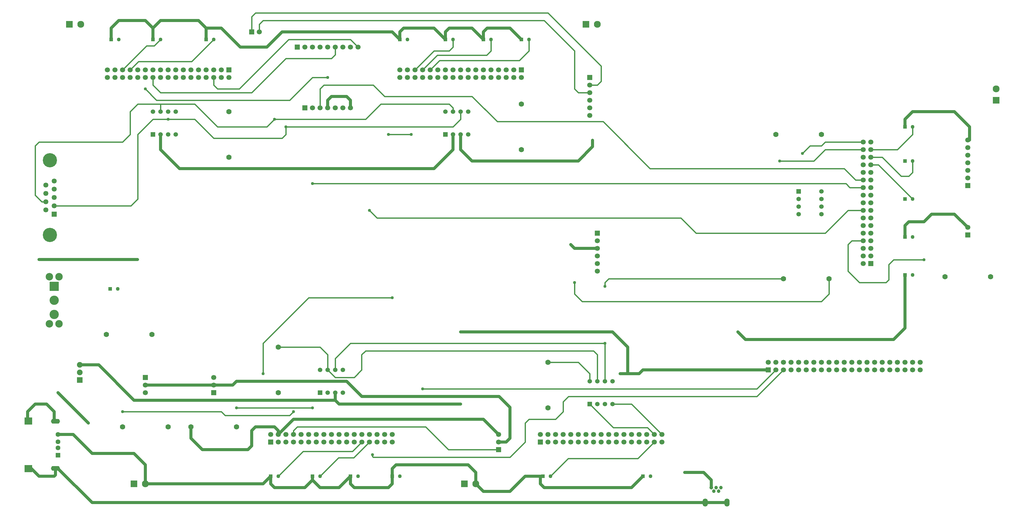
<source format=gbr>
G04 DipTrace 3.3.1.3*
G04 Top.gbr*
%MOIN*%
G04 #@! TF.FileFunction,Copper,L1,Top*
G04 #@! TF.Part,Single*
%AMOUTLINE0*
4,1,8,
-0.009039,0.021824,
0.009039,0.021824,
0.021824,0.009039,
0.021824,-0.009039,
0.009039,-0.021824,
-0.009039,-0.021824,
-0.021824,-0.009039,
-0.021824,0.009039,
-0.009039,0.021824,
0*%
G04 #@! TA.AperFunction,Conductor*
%ADD13C,0.03937*%
%ADD14C,0.016*%
G04 #@! TA.AperFunction,ComponentPad*
%ADD16C,0.07*%
%ADD17C,0.07*%
%ADD18R,0.066929X0.066929*%
%ADD19C,0.066929*%
%ADD20C,0.05*%
%ADD21R,0.05X0.05*%
%ADD22R,0.090551X0.090551*%
%ADD23C,0.090551*%
%ADD24R,0.066535X0.066535*%
%ADD25C,0.066535*%
%ADD26C,0.187402*%
%ADD27C,0.062992*%
%ADD28R,0.062992X0.062992*%
%ADD29O,0.11811X0.062992*%
%ADD30R,0.102362X0.094488*%
G04 #@! TA.AperFunction,ComponentPad*
%ADD31R,0.074803X0.074803*%
%ADD32C,0.074803*%
%ADD33R,0.122047X0.122047*%
%ADD34C,0.122047*%
%ADD35C,0.098425*%
%ADD36R,0.059055X0.059055*%
%ADD37C,0.059055*%
%ADD38C,0.047244*%
%ADD39O,0.066929X0.106299*%
G04 #@! TA.AperFunction,ViaPad*
%ADD40C,0.04*%
G04 #@! TA.AperFunction,ComponentPad*
%ADD98OUTLINE0*%
%FSLAX26Y26*%
G04*
G70*
G90*
G75*
G01*
G04 Top*
%LPD*%
X1159055Y2383858D2*
D13*
X1409055D1*
X1874016Y1918898D1*
X7911020Y5339370D2*
Y5255902D1*
X7724016Y5068898D1*
X6324016D1*
X6174016Y5218898D1*
Y5418898D1*
X10224016Y2318898D2*
X8574016D1*
X8524016Y2268898D1*
X8274016D1*
X4524016Y2018898D2*
Y1918898D1*
X4574016Y1868898D1*
X6174016D1*
X1874016Y1918898D2*
X4524016D1*
X8274016Y2268898D2*
X8374016D1*
Y2618898D1*
X8174016Y2818898D1*
X6174016D1*
X6974016Y6668898D2*
X6824016Y6818898D1*
X6524016D1*
X6474016Y6768898D1*
Y6668898D1*
X874016Y1468898D2*
X1074016D1*
X1324016Y1218898D1*
X1874016D1*
X2024016Y1068898D1*
Y818898D1*
X3574016D1*
X3674016Y918898D1*
X12024016Y5518898D2*
Y5618898D1*
X12124016Y5718898D1*
X12674016D1*
X12874016Y5518898D1*
Y5343898D1*
X12849016D1*
X6074016Y5418898D2*
Y5218898D1*
X5824016Y4968898D1*
X2474016D1*
X2224016Y5218898D1*
Y5418898D1*
X12024016Y4068898D2*
Y4218898D1*
X12074016Y4268898D1*
X2024016Y818898D2*
D3*
X7624016Y3968898D2*
X7674016Y3918898D1*
X7974016D1*
X2124016Y6668898D2*
Y6818898D1*
X2024016Y6918898D1*
X1674016D1*
X1574016Y6818898D1*
Y6668898D1*
X4624016Y6768898D2*
X3824016D1*
X3624016Y6568898D1*
X3274016D1*
X3024016Y6818898D1*
X2824016D1*
X2724016Y6918898D1*
X2224016D1*
X2124016Y6818898D1*
X5374016Y6668898D2*
X5274016Y6768898D1*
X4624016D1*
X5974016Y6668898D2*
X5824016Y6818898D1*
X5424016D1*
X5374016Y6768898D1*
Y6668898D1*
X6474016D2*
X6324016Y6818898D1*
X6024016D1*
X5974016Y6768898D1*
Y6668898D1*
X7255512Y918898D2*
X7224016D1*
Y818898D1*
X7274016Y768898D1*
X8424016D1*
X8574016Y918898D1*
X6374016Y818898D2*
X6474016Y718898D1*
X6824016D1*
X7024016Y918898D1*
X7255512D1*
X5274016D2*
Y1018898D1*
X5324016Y1068898D1*
X6274016D1*
X6374016Y968898D1*
Y818898D1*
X4724016Y918898D2*
Y818898D1*
X4774016Y768898D1*
X5224016D1*
X5274016Y818898D1*
Y918898D1*
X4224016D2*
Y868898D1*
X4324016Y768898D1*
X4574016D1*
X4724016Y918898D1*
X3674016D2*
Y818898D1*
X3724016Y768898D1*
X4124016D1*
X4224016Y868898D1*
X12024016Y3568898D2*
Y2868898D1*
X11874016Y2718898D1*
X9924016D1*
X9824016Y2818898D1*
X2824016Y6668898D2*
Y6818898D1*
X12074016Y4268898D2*
X12274016D1*
X12374016Y4368898D1*
X12674016D1*
X12849016Y4193898D1*
X9680709Y570079D2*
X9393307D1*
X840551Y1640157D2*
Y1652362D1*
X824016Y1668898D1*
Y1768898D1*
X724016Y1868898D1*
X574016D1*
X474016Y1768898D1*
Y1654076D1*
X482283Y1662344D1*
Y1644094D1*
X840551Y1022047D2*
Y935433D1*
X824016Y918898D1*
X624016D1*
X524803Y1018110D1*
X482283D1*
X9393307Y570079D2*
X1322835D1*
X870866Y1022047D1*
X840551D1*
X1921081Y3771832D2*
X624409D1*
X6074016Y5718898D2*
D14*
Y5768898D1*
X6024016Y5818898D1*
X5124016D1*
X4924016Y5618898D1*
X3724016D1*
X3774016Y2618898D2*
X4324016D1*
X4424016Y2518898D1*
Y2318898D1*
X11024016Y3518898D2*
Y3318898D1*
X10924016Y3218898D1*
X7774016D1*
X7674016Y3318898D1*
Y3468898D1*
X3724016Y5618898D2*
X3624016Y5518898D1*
X2974016D1*
X2674016Y5818898D1*
X2224016D1*
X1924016D1*
X1824016Y5718898D1*
Y5418898D1*
X1724016Y5318898D1*
X624016D1*
X574016Y5268898D1*
Y4618898D1*
X660433Y4532480D1*
X712205D1*
X2224016Y5718898D2*
Y5818898D1*
X4424016Y2318898D2*
X4524016Y2218898D1*
X4774016D1*
X4871370Y2316252D1*
Y2516252D1*
X4924016Y2568898D1*
X7924016D1*
X7974016Y2518898D1*
Y2168898D1*
X2624016Y1568898D2*
D13*
Y1418898D1*
X2774016Y1268898D1*
X3374016D1*
X3424016Y1318898D1*
Y1518898D1*
X3474016Y1568898D1*
X3724016D1*
X3774016Y1518898D1*
Y1468898D1*
X3974016Y1668898D1*
X6474016D1*
X6674016Y1468898D1*
X5524016Y5418898D2*
D14*
X5224016D1*
X4524016Y6568898D2*
Y6468898D1*
X4474016Y6418898D1*
X3874016D1*
X3424016Y5968898D1*
X2224016D1*
X2124016Y6068898D1*
Y6168898D1*
X10674016Y5168898D2*
X10774016Y5268898D1*
X10924016D1*
X10974016Y5318898D1*
X11474016D1*
X8174016Y1868898D2*
X8424016D1*
X8824016Y1468898D1*
X10374016Y5068898D2*
X10824016D1*
X10974016Y5218898D1*
X11474016D1*
X4224016Y1818898D2*
X3224016D1*
X7324016Y2418898D2*
X7724016D1*
X7874016Y2268898D1*
Y2168898D1*
X1274016Y1618898D2*
D13*
X874016Y2018898D1*
X8724016Y1468898D2*
D14*
X8634457Y1558457D1*
X8184457D1*
X7874016Y1868898D1*
X3574016Y2268898D2*
Y2668898D1*
X4174016Y3268898D1*
X5274016D1*
X5674016Y2068898D2*
X10074016D1*
X10324016Y2318898D1*
X5015016Y1202437D2*
Y1177898D1*
X5024016Y1168898D1*
X6824016D1*
X7024016Y1368898D1*
Y1618898D1*
X7074016Y1668898D1*
X7424016D1*
X7524016Y1768898D1*
Y1898081D1*
X7594832Y1968898D1*
X10074016D1*
X10424016Y2318898D1*
X7874016Y6068898D2*
X7974016D1*
X8024016Y6118898D1*
Y6318898D1*
X7324016Y7018898D1*
X3474016D1*
X3424016Y6968898D1*
Y6768898D1*
X7874016Y5968898D2*
X7724016D1*
X7674016Y6018898D1*
Y6518898D1*
X7274016Y6918898D1*
X3574016D1*
X3524016Y6868898D1*
Y6768898D1*
X2024016Y6015906D2*
X2171024Y5868898D1*
X3924016D1*
X4224016Y6168898D1*
X4424016D1*
X3974016Y1468898D2*
Y1518898D1*
X4024016Y1568898D1*
X5715110D1*
X6015110Y1268898D1*
X6674016D1*
X12274016Y3768898D2*
X11874016D1*
X11808711Y3703593D1*
Y3503593D1*
X11774016Y3468898D1*
X11424016D1*
X11274016Y3618898D1*
Y3968898D1*
X11324016Y4018898D1*
X11474016D1*
X1724016Y1768898D2*
X3024016D1*
X3074016Y1718898D1*
X3924016D1*
X3974016Y1768898D1*
X6174016Y5718898D2*
Y5618898D1*
X6074016Y5518898D1*
X3874016D1*
X4524016Y2318898D2*
Y2468898D1*
X4724016Y2668898D1*
X8074016D1*
X10424016Y3518898D2*
X8124016D1*
X8074016Y3468898D1*
Y3418898D1*
X2324016Y5618898D2*
X2124016D1*
X1924016Y5418898D1*
Y4568898D1*
X1833071Y4477953D1*
X824016D1*
X3874016Y5518898D2*
Y5418898D1*
X3824016Y5368898D1*
X2924016D1*
X2674016Y5618898D1*
X2324016D1*
X8074016Y2668898D2*
Y2168898D1*
X9124016Y968898D2*
D13*
X9374016D1*
X9474016Y868898D1*
Y768898D1*
X4724016Y5768898D2*
Y5868898D1*
X4674016Y5918898D1*
X4474016D1*
X4424016Y5868898D1*
Y5768898D1*
X4974016Y4418898D2*
D14*
X5074016Y4318898D1*
X9074016D1*
X9274016Y4118898D1*
X10974016D1*
X11274016Y4418898D1*
X11474016D1*
X4224016Y4771583D2*
X11245390D1*
X11298075Y4718898D1*
X11474016D1*
Y4818898D2*
X11374016D1*
X11224016Y4968898D1*
X8667520D1*
X8049980Y5586437D1*
X6656476D1*
X6324016Y5918898D1*
X5174016D1*
X5024016Y6068898D1*
X4374016D1*
X4324016Y6018898D1*
Y5768898D1*
X2024016Y2118898D2*
D13*
X2924016D1*
X3174016D1*
X3224016Y2168898D1*
X4674016D1*
X4874016Y1968898D1*
X6679008D1*
X6824016Y1823890D1*
Y1418898D1*
X6774016Y1368898D1*
X6674016D1*
X4324016Y918898D2*
D14*
X4566559Y1161441D1*
X4766559D1*
X4974016Y1368898D1*
X7355512Y918898D2*
X7589034Y1152420D1*
X8507538D1*
X8724016Y1368898D1*
X2224016Y6668898D2*
X2138707Y6583589D1*
X2038707D1*
X1724016Y6268898D1*
X2924016Y6668898D2*
X2633463Y6378345D1*
X1933463D1*
X1824016Y6268898D1*
X12124016Y5518898D2*
Y5418898D1*
X11924016Y5218898D1*
X11574016D1*
X12124016Y5068898D2*
Y4918898D1*
X12074016Y4868898D1*
X11974016D1*
X11724016Y5118898D1*
X11574016D1*
X12124016Y4568898D2*
X11674016Y5018898D1*
X11574016D1*
X6074016Y6668898D2*
Y6568898D1*
X6024016Y6518898D1*
X5824016D1*
X5574016Y6268898D1*
X6574016Y6668898D2*
Y6518898D1*
X6517400Y6462282D1*
X5867400D1*
X5674016Y6268898D1*
X7074016Y6668898D2*
Y6518898D1*
X6946539Y6391421D1*
X5896539D1*
X5774016Y6268898D1*
X4824016Y6568898D2*
X4724016Y6668898D1*
X3910118D1*
X3260118Y6018898D1*
X2974016D1*
X2924016Y6068898D1*
Y6168898D1*
X3774016Y918898D2*
X4100255Y1245136D1*
X4750255D1*
X4874016Y1368898D1*
D40*
X1921081Y3771832D3*
X624409D3*
X1274016Y1618898D3*
X874016Y2018898D3*
X5274016Y3268898D3*
X5674016Y2068898D3*
X9124016Y968898D3*
D3*
X7911020Y5339370D3*
X1874016Y1918898D3*
X6174016Y1868898D3*
X8274016Y2268898D3*
X6174016Y2818898D3*
X9824016D3*
X4624016Y6768898D3*
X12074016Y4268898D3*
X7624016Y3968898D3*
X7674016Y3468898D3*
X3724016Y5618898D3*
X5224016Y5418898D3*
X5524016D3*
X10674016Y5168898D3*
X10374016Y5068898D3*
X3224016Y1818898D3*
X4224016D3*
X3574016Y2268898D3*
X5015016Y1202437D3*
X4424016Y6168898D3*
X2024016Y6015906D3*
X12274016Y3768898D3*
X3974016Y1768898D3*
X1724016D3*
X2324016Y5618898D3*
X3874016Y5518898D3*
X8074016Y3418898D3*
Y2668898D3*
X4974016Y4418898D3*
X4224016Y4771583D3*
D16*
X3774016Y2018898D3*
D17*
Y2618898D3*
D16*
X13149016Y3543898D3*
D17*
X12549016D3*
D18*
X7974016Y4118898D3*
D19*
Y4018898D3*
Y3918898D3*
Y3818898D3*
Y3718898D3*
Y3618898D3*
D18*
X7874016Y6168898D3*
D19*
Y6068898D3*
Y5968898D3*
Y5868898D3*
Y5768898D3*
Y5668898D3*
D20*
X1659055Y3383858D3*
D21*
X1559055D3*
D20*
X3774016Y918898D3*
D21*
X3674016D3*
D20*
X5374016D3*
D21*
X5274016D3*
D20*
X4824016D3*
D21*
X4724016D3*
D20*
X4324016D3*
D21*
X4224016D3*
D20*
X7355512D3*
D21*
X7255512D3*
D20*
X8674016D3*
D21*
X8574016D3*
D20*
X2224016Y6668898D3*
D21*
X2124016D3*
D20*
X1674016D3*
D21*
X1574016D3*
D20*
X2924016D3*
D21*
X2824016D3*
D20*
X12124016Y5518898D3*
D21*
X12024016D3*
D20*
X12124016Y5068898D3*
D21*
X12024016D3*
D20*
X12124016Y4568898D3*
D21*
X12024016D3*
D20*
X12124016Y4068898D3*
D21*
X12024016D3*
D20*
X12124016Y3568898D3*
D21*
X12024016D3*
D20*
X5474016Y6668898D3*
D21*
X5374016D3*
D20*
X6074016D3*
D21*
X5974016D3*
D20*
X6574016D3*
D21*
X6474016D3*
D20*
X7074016D3*
D21*
X6974016D3*
D18*
X2924016Y2018898D3*
D19*
Y2118898D3*
Y2218898D3*
D18*
X4024016Y6568898D3*
D19*
X4124016D3*
X4224016D3*
X4324016D3*
X4424016D3*
X4524016D3*
X4624016D3*
X4724016D3*
X4824016D3*
D18*
X12849016Y4093898D3*
D19*
Y4193898D3*
D18*
X3124016Y6268898D3*
D19*
Y6168898D3*
X3024016Y6268898D3*
Y6168898D3*
X2924016Y6268898D3*
Y6168898D3*
X2824016Y6268898D3*
Y6168898D3*
X2724016Y6268898D3*
Y6168898D3*
X2624016Y6268898D3*
Y6168898D3*
X2524016Y6268898D3*
Y6168898D3*
X2424016Y6268898D3*
Y6168898D3*
X2324016Y6268898D3*
Y6168898D3*
X2224016Y6268898D3*
Y6168898D3*
X2124016Y6268898D3*
Y6168898D3*
X2024016Y6268898D3*
Y6168898D3*
X1924016Y6268898D3*
Y6168898D3*
X1824016Y6268898D3*
Y6168898D3*
X1724016Y6268898D3*
Y6168898D3*
X1624016Y6268898D3*
Y6168898D3*
X1524016Y6268898D3*
Y6168898D3*
D18*
X6974016Y6268898D3*
D19*
Y6168898D3*
X6874016Y6268898D3*
Y6168898D3*
X6774016Y6268898D3*
Y6168898D3*
X6674016Y6268898D3*
Y6168898D3*
X6574016Y6268898D3*
Y6168898D3*
X6474016Y6268898D3*
Y6168898D3*
X6374016Y6268898D3*
Y6168898D3*
X6274016Y6268898D3*
Y6168898D3*
X6174016Y6268898D3*
Y6168898D3*
X6074016Y6268898D3*
Y6168898D3*
X5974016Y6268898D3*
Y6168898D3*
X5874016Y6268898D3*
Y6168898D3*
X5774016Y6268898D3*
Y6168898D3*
X5674016Y6268898D3*
Y6168898D3*
X5574016Y6268898D3*
Y6168898D3*
X5474016Y6268898D3*
Y6168898D3*
X5374016Y6268898D3*
Y6168898D3*
D18*
X11574016Y3718898D3*
D19*
X11474016D3*
X11574016Y3818898D3*
X11474016D3*
X11574016Y3918898D3*
X11474016D3*
X11574016Y4018898D3*
X11474016D3*
X11574016Y4118898D3*
X11474016D3*
X11574016Y4218898D3*
X11474016D3*
X11574016Y4318898D3*
X11474016D3*
X11574016Y4418898D3*
X11474016D3*
X11574016Y4518898D3*
X11474016D3*
X11574016Y4618898D3*
X11474016D3*
X11574016Y4718898D3*
X11474016D3*
X11574016Y4818898D3*
X11474016D3*
X11574016Y4918898D3*
X11474016D3*
X11574016Y5018898D3*
X11474016D3*
X11574016Y5118898D3*
X11474016D3*
X11574016Y5218898D3*
X11474016D3*
X11574016Y5318898D3*
X11474016D3*
D18*
X7224016Y1368898D3*
D19*
Y1468898D3*
X7324016Y1368898D3*
Y1468898D3*
X7424016Y1368898D3*
Y1468898D3*
X7524016Y1368898D3*
Y1468898D3*
X7624016Y1368898D3*
Y1468898D3*
X7724016Y1368898D3*
Y1468898D3*
X7824016Y1368898D3*
Y1468898D3*
X7924016Y1368898D3*
Y1468898D3*
X8024016Y1368898D3*
Y1468898D3*
X8124016Y1368898D3*
Y1468898D3*
X8224016Y1368898D3*
Y1468898D3*
X8324016Y1368898D3*
Y1468898D3*
X8424016Y1368898D3*
Y1468898D3*
X8524016Y1368898D3*
Y1468898D3*
X8624016Y1368898D3*
Y1468898D3*
X8724016Y1368898D3*
Y1468898D3*
X8824016Y1368898D3*
Y1468898D3*
D18*
X3674016Y1368898D3*
D19*
Y1468898D3*
X3774016Y1368898D3*
Y1468898D3*
X3874016Y1368898D3*
Y1468898D3*
X3974016Y1368898D3*
Y1468898D3*
X4074016Y1368898D3*
Y1468898D3*
X4174016Y1368898D3*
Y1468898D3*
X4274016Y1368898D3*
Y1468898D3*
X4374016Y1368898D3*
Y1468898D3*
X4474016Y1368898D3*
Y1468898D3*
X4574016Y1368898D3*
Y1468898D3*
X4674016Y1368898D3*
Y1468898D3*
X4774016Y1368898D3*
Y1468898D3*
X4874016Y1368898D3*
Y1468898D3*
X4974016Y1368898D3*
Y1468898D3*
X5074016Y1368898D3*
Y1468898D3*
X5174016Y1368898D3*
Y1468898D3*
X5274016Y1368898D3*
Y1468898D3*
D22*
X7824016Y6868898D3*
D23*
X7974016D3*
D24*
X824016Y4368898D3*
D25*
Y4477953D3*
Y4587008D3*
Y4696063D3*
Y4805118D3*
X712205Y4423425D3*
Y4532480D3*
Y4641535D3*
Y4750591D3*
D26*
X768111Y4095079D3*
Y5078937D3*
D18*
X3424016Y6768898D3*
D19*
X3524016D3*
D22*
X1024016Y6868898D3*
D23*
X1174016D3*
D22*
X6224016Y818898D3*
D23*
X6374016D3*
D18*
X10224016Y2318898D3*
D19*
Y2418898D3*
X10324016Y2318898D3*
Y2418898D3*
X10424016Y2318898D3*
Y2418898D3*
X10524016Y2318898D3*
Y2418898D3*
X10624016Y2318898D3*
Y2418898D3*
X10724016Y2318898D3*
Y2418898D3*
X10824016Y2318898D3*
Y2418898D3*
X10924016Y2318898D3*
Y2418898D3*
X11024016Y2318898D3*
Y2418898D3*
X11124016Y2318898D3*
Y2418898D3*
X11224016Y2318898D3*
Y2418898D3*
X11324016Y2318898D3*
Y2418898D3*
X11424016Y2318898D3*
Y2418898D3*
X11524016Y2318898D3*
Y2418898D3*
X11624016Y2318898D3*
Y2418898D3*
X11724016Y2318898D3*
Y2418898D3*
X11824016Y2318898D3*
Y2418898D3*
X11924016Y2318898D3*
Y2418898D3*
X12024016Y2318898D3*
Y2418898D3*
X12124016Y2318898D3*
Y2418898D3*
X12224016Y2318898D3*
Y2418898D3*
D22*
X13224016Y5868898D3*
D23*
Y6018898D3*
D27*
X874016Y1468898D3*
Y1370472D3*
Y1291732D3*
D28*
Y1193307D3*
D29*
X840551Y1640157D3*
Y1022047D3*
D30*
X482283Y1644094D3*
Y1018110D3*
D22*
X1874016Y818898D3*
D23*
X2024016D3*
D18*
X4124016Y5768898D3*
D19*
X4224016D3*
X4324016D3*
X4424016D3*
X4524016D3*
X4624016D3*
X4724016D3*
D16*
X1724016Y1568898D3*
D17*
X2324016D3*
D16*
X3224016D3*
D17*
X2624016D3*
D16*
X7324016Y2418898D3*
D17*
Y1818898D3*
D16*
X3124016Y5118898D3*
D17*
Y5718898D3*
D16*
X6974016Y5818898D3*
D17*
Y5218898D3*
D16*
X10924016Y5418898D3*
D17*
X10324016D3*
D16*
X2109055Y2783858D3*
D17*
X1509055D3*
D16*
X10424016Y3518898D3*
D17*
X11024016D3*
D31*
X1159055Y2183858D3*
D32*
Y2283858D3*
Y2383858D3*
D18*
X2024016Y2218898D3*
D19*
Y2118898D3*
Y2018898D3*
D18*
X6674016Y1268898D3*
D19*
Y1368898D3*
Y1468898D3*
D33*
X824016Y3418898D3*
D34*
Y3233858D3*
Y3048819D3*
D35*
X886614Y2923819D3*
X761417D3*
Y3543898D3*
X886614D3*
D36*
X2124016Y5418898D3*
D37*
X2224016D3*
X2324016D3*
X2424016D3*
Y5718898D3*
X2324016D3*
X2224016D3*
X2124016D3*
D36*
X5974016Y5418898D3*
D37*
X6074016D3*
X6174016D3*
X6274016D3*
Y5718898D3*
X6174016D3*
X6074016D3*
X5974016D3*
D36*
X10624016Y4668898D3*
D37*
Y4568898D3*
Y4468898D3*
Y4368898D3*
X10924016D3*
Y4468898D3*
Y4568898D3*
Y4668898D3*
D36*
X4324016Y2018898D3*
D37*
X4424016D3*
X4524016D3*
X4624016D3*
Y2318898D3*
X4524016D3*
X4424016D3*
X4324016D3*
D36*
X7874016Y1868898D3*
D37*
X7974016D3*
X8074016D3*
X8174016D3*
Y2168898D3*
X8074016D3*
X7974016D3*
X7874016D3*
D18*
X12849016Y4743898D3*
D19*
Y4843898D3*
Y4943898D3*
Y5043898D3*
Y5143898D3*
Y5243898D3*
Y5343898D3*
D98*
X9474016Y768898D3*
D38*
X9505512Y721654D3*
X9537008Y768898D3*
X9568504Y721654D3*
X9600000Y768898D3*
D39*
X9393307Y570079D3*
X9680709D3*
M02*

</source>
